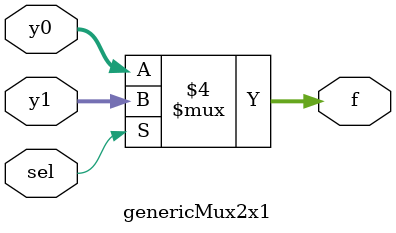
<source format=v>
module genericMux2x1(y1, y0, sel, f);

    parameter n = 8;

    input wire [n-1:0]  y1, y0;
    input wire          sel;
    output reg [n-1:0]  f;

    always @(*)
        if(sel == 1'b0)
            f=y0;
        else
            f=y1;
endmodule
</source>
